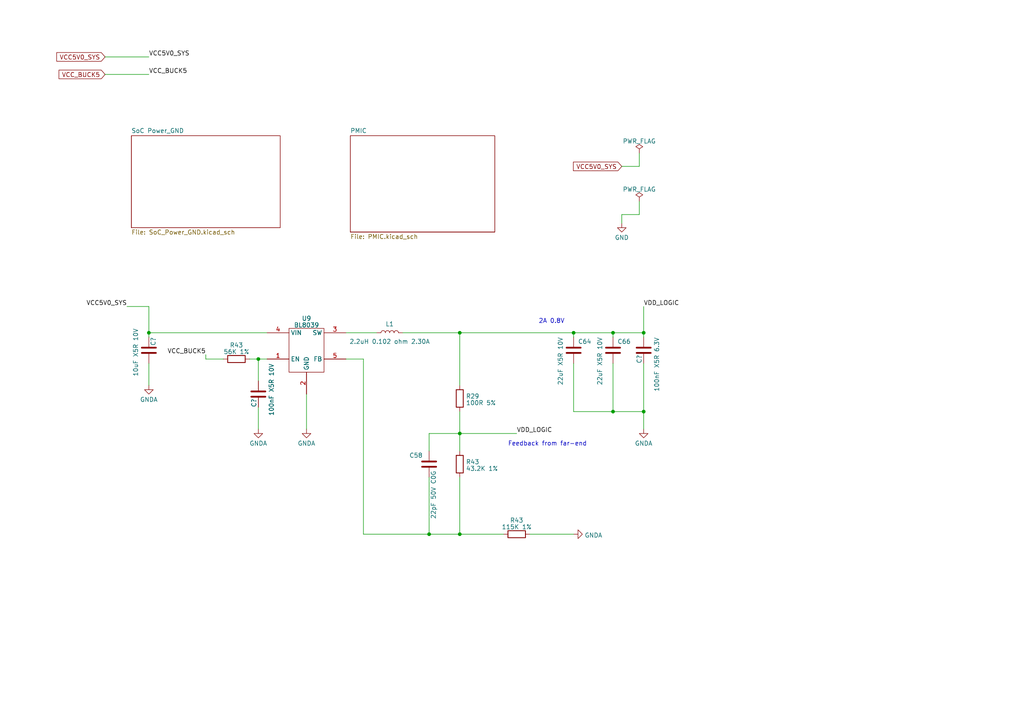
<source format=kicad_sch>
(kicad_sch (version 20230121) (generator eeschema)
  (paper "A4")
  (title_block (title "Leaf RV1126 Power") (date "2023-02-25") (rev "1") (company "Qingdao IotPi Information Technology"))
  (lib_symbols
    (symbol "Device:C" (pin_numbers hide) (pin_names (offset 0.254))
      (property "Reference" "C" (at 0.635 2.54 0))
      (property "Value" "C" (at 0.635 -2.54 0))
      (symbol "C_0_1"
        (polyline (pts (xy -2.032 -0.762) (xy 2.032 -0.762)) (stroke (width 0.508)))
        (polyline (pts (xy -2.032 0.762) (xy 2.032 0.762)) (stroke (width 0.508)))
      )
      (symbol "C_1_1"
        (pin passive line (at 0 3.81 270) (length 2.794) (name "~") (number "1"))
        (pin passive line (at 0 -3.81 90) (length 2.794) (name "~") (number "2"))
      )
    )
    (symbol "Device:L" (pin_numbers hide) (pin_names (offset 1.016) hide)
      (property "Reference" "L" (at -1.27 0 90))
      (property "Value" "L" (at 1.905 0 90))
      (symbol "L_0_1"
        (arc (start 0 -2.54) (mid 0.6323 -1.905) (end 0 -1.27))
        (arc (start 0 -1.27) (mid 0.6323 -0.635) (end 0 0))
        (arc (start 0 0) (mid 0.6323 0.635) (end 0 1.27))
        (arc (start 0 1.27) (mid 0.6323 1.905) (end 0 2.54))
      )
      (symbol "L_1_1"
        (pin passive line (at 0 3.81 270) (length 1.27) (name "1") (number "1"))
        (pin passive line (at 0 -3.81 90) (length 1.27) (name "2") (number "2"))
      )
    )
    (symbol "Device:R" (pin_numbers hide) (pin_names (offset 0))
      (property "Reference" "R" (at 2.032 0 90))
      (property "Value" "R" (at 0 0 90))
      (symbol "R_0_1"
        (rectangle (start -1.016 -2.54) (end 1.016 2.54) (stroke (width 0.254)))
      )
      (symbol "R_1_1"
        (pin passive line (at 0 3.81 270) (length 1.27) (name "~") (number "1"))
        (pin passive line (at 0 -3.81 90) (length 1.27) (name "~") (number "2"))
      )
    )
    (symbol "Leaf_Converter_DCDC:BL8039"
      (property "Reference" "U" (at -1.27 3.81 0))
      (property "Value" "BL8039" (at 3.81 3.81 0))
      (symbol "BL8039_0_1"
        (rectangle (start -2.54 2.54) (end 7.62 -10.16))
      )
      (symbol "BL8039_1_1"
        (pin input line (at -8.89 -6.35 0) (length 6.35) (name "EN") (number "1"))
        (pin power_in line (at 2.54 -16.51 90) (length 6.35) (name "GND") (number "2"))
        (pin power_out line (at 13.97 1.27 180) (length 6.35) (name "SW") (number "3"))
        (pin power_in line (at -8.89 1.27 0) (length 6.35) (name "VIN") (number "4"))
        (pin input line (at 13.97 -6.35 180) (length 6.35) (name "FB") (number "5"))
      )
    )
    (symbol "power:GND" (power) (pin_names (offset 0))
      (property "Value" "GND" (at 0 -3.81 0))
      (symbol "GND_0_1"
        (polyline (pts (xy 0 0) (xy 0 -1.27) (xy 1.27 -1.27) (xy 0 -2.54) (xy -1.27 -1.27) (xy 0 -1.27)))
      )
      (symbol "GND_1_1"
        (pin power_in line (at 0 0 270) (length 0) hide (name "GND") (number "1"))
      )
    )
    (symbol "power:GNDA" (power) (pin_names (offset 0))
      (property "Value" "GNDA" (at 0 -3.81 0))
      (symbol "GNDA_0_1"
        (polyline (pts (xy 0 0) (xy 0 -1.27) (xy 1.27 -1.27) (xy 0 -2.54) (xy -1.27 -1.27) (xy 0 -1.27)))
      )
      (symbol "GNDA_1_1"
        (pin power_in line (at 0 0 270) (length 0) hide (name "GNDA") (number "1"))
      )
    )
    (symbol "power:PWR_FLAG" (power) (pin_numbers hide) (pin_names (offset 0) hide)
      (property "Value" "PWR_FLAG" (at 0 3.81 0))
      (symbol "PWR_FLAG_0_0"
        (pin power_out line (at 0 0 90) (length 0) (name "pwr") (number "1"))
      )
      (symbol "PWR_FLAG_0_1"
        (polyline (pts (xy 0 0) (xy 0 1.27) (xy -1.016 1.905) (xy 0 2.54) (xy 1.016 1.905) (xy 0 1.27)))
      )
    )
  )
  (junction (at 124.46 154.94))
  (junction (at 186.69 96.52))
  (junction (at 133.35 96.52))
  (junction (at 177.8 119.38))
  (junction (at 43.18 96.52))
  (junction (at 74.93 104.14))
  (junction (at 133.35 125.73))
  (junction (at 166.37 96.52))
  (junction (at 186.69 119.38))
  (junction (at 133.35 154.94))
  (junction (at 177.8 96.52))
  (wire (pts (xy 72.39 104.14) (xy 74.93 104.14)))
  (wire (pts (xy 180.34 48.26) (xy 185.42 48.26)))
  (wire (pts (xy 186.69 96.52) (xy 186.69 97.79)))
  (wire (pts (xy 180.34 62.23) (xy 180.34 64.77)))
  (wire (pts (xy 177.8 119.38) (xy 186.69 119.38)))
  (wire (pts (xy 186.69 96.52) (xy 186.69 88.9)))
  (wire (pts (xy 100.33 96.52) (xy 109.22 96.52)))
  (wire (pts (xy 124.46 125.73) (xy 133.35 125.73)))
  (wire (pts (xy 124.46 130.81) (xy 124.46 125.73)))
  (wire (pts (xy 133.35 96.52) (xy 133.35 111.76)))
  (wire (pts (xy 30.48 21.59) (xy 43.18 21.59)))
  (wire (pts (xy 166.37 105.41) (xy 166.37 119.38)))
  (wire (pts (xy 166.37 119.38) (xy 177.8 119.38)))
  (wire (pts (xy 100.33 104.14) (xy 105.41 104.14)))
  (wire (pts (xy 133.35 96.52) (xy 166.37 96.52)))
  (wire (pts (xy 133.35 125.73) (xy 149.86 125.73)))
  (wire (pts (xy 166.37 96.52) (xy 177.8 96.52)))
  (wire (pts (xy 74.93 104.14) (xy 74.93 110.49)))
  (wire (pts (xy 133.35 138.43) (xy 133.35 154.94)))
  (wire (pts (xy 186.69 119.38) (xy 186.69 124.46)))
  (wire (pts (xy 153.67 154.94) (xy 166.37 154.94)))
  (wire (pts (xy 133.35 119.38) (xy 133.35 125.73)))
  (wire (pts (xy 30.48 16.51) (xy 43.18 16.51)))
  (wire (pts (xy 177.8 96.52) (xy 177.8 97.79)))
  (wire (pts (xy 124.46 138.43) (xy 124.46 154.94)))
  (wire (pts (xy 43.18 105.41) (xy 43.18 111.76)))
  (wire (pts (xy 133.35 125.73) (xy 133.35 130.81)))
  (wire (pts (xy 43.18 96.52) (xy 77.47 96.52)))
  (wire (pts (xy 185.42 48.26) (xy 185.42 44.45)))
  (wire (pts (xy 74.93 118.11) (xy 74.93 124.46)))
  (wire (pts (xy 133.35 154.94) (xy 146.05 154.94)))
  (wire (pts (xy 180.34 62.23) (xy 185.42 62.23)))
  (wire (pts (xy 43.18 88.9) (xy 43.18 96.52)))
  (wire (pts (xy 185.42 62.23) (xy 185.42 58.42)))
  (wire (pts (xy 43.18 96.52) (xy 43.18 97.79)))
  (wire (pts (xy 105.41 104.14) (xy 105.41 154.94)))
  (wire (pts (xy 177.8 105.41) (xy 177.8 119.38)))
  (wire (pts (xy 36.83 88.9) (xy 43.18 88.9)))
  (wire (pts (xy 59.69 104.14) (xy 64.77 104.14)))
  (wire (pts (xy 74.93 104.14) (xy 77.47 104.14)))
  (wire (pts (xy 105.41 154.94) (xy 124.46 154.94)))
  (wire (pts (xy 186.69 105.41) (xy 186.69 119.38)))
  (wire (pts (xy 88.9 114.3) (xy 88.9 124.46)))
  (wire (pts (xy 59.69 102.87) (xy 59.69 104.14)))
  (wire (pts (xy 124.46 154.94) (xy 133.35 154.94)))
  (wire (pts (xy 166.37 96.52) (xy 166.37 97.79)))
  (wire (pts (xy 177.8 96.52) (xy 186.69 96.52)))
  (wire (pts (xy 116.84 96.52) (xy 133.35 96.52)))
  (text "Feedback from far-end" (at 147.32 129.54 0) (effects (font (size 1.27 1.27)) (justify left bottom)))
  (text "2A 0.8V" (at 156.21 93.98 0) (effects (font (size 1.27 1.27)) (justify left bottom)))
  (label "VDD_LOGIC" (at 149.86 125.73 0))
  (label "VCC_BUCK5" (at 43.18 21.59 0))
  (label "VCC5V0_SYS" (at 43.18 16.51 0))
  (label "VDD_LOGIC" (at 186.69 88.9 0))
  (label "VCC5V0_SYS" (at 36.83 88.9 180))
  (label "VCC_BUCK5" (at 59.69 102.87 180))
  (global_label "VCC_BUCK5" (shape input) (at 30.48 21.59 180) (property "Intersheetrefs" "${INTERSHEET_REFS}" (effects hide)))
  (global_label "VCC5V0_SYS" (shape input) (at 180.34 48.26 180) (property "Intersheetrefs" "${INTERSHEET_REFS}" (effects hide)))
  (global_label "VCC5V0_SYS" (shape input) (at 30.48 16.51 180) (property "Intersheetrefs" "${INTERSHEET_REFS}" (effects hide)))
  (symbol (lib_id "Leaf_Converter_DCDC:BL8039") (at 86.36 97.79 0) (unit 1)
    (property "Reference" "U9" (at 88.9 92.3671 0))
    (property "Value" "BL8039" (at 88.9 94.2881 0))
    (property "Footprint" "Package_TO_SOT_SMD:SOT-23-5_HandSoldering" (effects hide))
    (property "LCSC" "C2924844" (effects hide))
    (property "Vendor" "BL(上海贝岭)" (effects hide))
  )
  (symbol (lib_id "Device:C") (at 74.93 114.3 180) (unit 1)
    (property "Reference" "C?" (at 73.66 115.57 90) (effects (justify left)))
    (property "Value" "100nF X5R 10V" (at 78.74 105.41 90) (effects (justify left)))
    (property "Footprint" "Capacitor_SMD:C_0402_1005Metric" (effects hide))
    (property "Description" "容值: 100nF 精度: ±10% 额定电压: 10V 材质(温度系数): X5R 材质:X5R" (effects hide))
    (property "LCSC" "C76934" (effects hide))
    (property "Model" "GRM033R61A104KE15D" (effects hide))
    (property "Vendor" "muRata(村田)" (effects hide))
    (instances (project "leaf" (path "" (reference "C?") (unit 1)) (path "" (reference "C118") (unit 1)) (path "" (reference "C152") (unit 1))))
  )
  (symbol (lib_id "power:GND") (at 180.34 64.77 0) (unit 1)
    (property "Reference" "#PWR0143" (effects hide))
    (property "Value" "GND" (at 180.34 68.9055 0))
  )
  (symbol (lib_id "Device:C") (at 166.37 101.6 0) (unit 1)
    (property "Reference" "C64" (at 167.64 99.06 0) (effects (justify left)))
    (property "Value" "22uF X5R 10V" (at 162.56 111.76 90) (effects (justify left)))
    (property "Footprint" "Resistor_SMD:R_0603_1608Metric" (effects hide))
    (property "Description" "容值: 22uF 精度: ±20% 额定电压: 10V 材质(温度系数): X5R 材质：X5R" (effects hide))
    (property "LCSC" "C162690" (effects hide))
    (property "Model" "ZRB18AR61A226ME01L" (effects hide))
    (property "Vendor" "muRata(村田)" (effects hide))
    (instances (project "leaf" (path "" (reference "C64") (unit 1)) (path "" (reference "C153") (unit 1))))
  )
  (symbol (lib_id "Device:R") (at 133.35 115.57 180) (unit 1)
    (property "Reference" "R29" (at 135.128 114.9263 0) (effects (justify right)))
    (property "Value" "100R 5%" (at 135.128 116.8473 0) (effects (justify right)))
    (property "Footprint" "Resistor_SMD:R_0402_1005Metric" (effects hide))
    (property "Description" "电阻类型: 厚膜电阻 阻值: 100Ω 精度: ±5% 功率: 1/16W 温度系数: ±100ppm/℃ 最大工作电压: 50V 工作温度" (effects hide))
    (property "LCSC" "C25138" (effects hide))
    (property "Model" "0402WGJ0101TCE" (effects hide))
    (property "Vendor" "UNI-ROYAL(厚声)" (effects hide))
    (instances (project "leaf" (path "" (reference "R29") (unit 1)) (path "" (reference "R78") (unit 1))))
  )
  (symbol (lib_id "Device:C") (at 124.46 134.62 0) (unit 1)
    (property "Reference" "C58" (at 120.65 132.08 0))
    (property "Value" "22pF 50V C0G" (at 125.73 143.51 90))
    (property "Footprint" "Capacitor_SMD:C_0201_0603Metric" (effects hide))
    (property "Description" "容值: 22pF 精度: ±5% 额定电压: 50V 材质(温度系数): C0G 材质:C0G" (effects hide))
    (property "LCSC" "C76924" (effects hide))
    (property "Model" "GRM0335C1H220JA01D" (effects hide))
    (property "Vendor" "muRata(村田)" (effects hide))
    (instances (project "leaf" (path "" (reference "C58") (unit 1)) (path "" (reference "C156") (unit 1))))
  )
  (symbol (lib_id "power:GNDA") (at 74.93 124.46 0) (unit 1)
    (property "Reference" "#PWR0145" (effects hide))
    (property "Value" "GNDA" (at 74.93 128.5955 0))
  )
  (symbol (lib_id "Device:L") (at 113.03 96.52 90) (unit 1)
    (property "Reference" "L1" (at 113.03 93.98 90))
    (property "Value" "2.2uH 0.102 ohm 2.30A" (at 113.03 99.06 90))
    (property "Footprint" "Inductor_SMD:L_0805_2012Metric" (effects hide))
    (property "Description" "电感值: 2.2uH 精度: ±20% 额定电流: 2.3A 饱和电流(Isat): 2.3A 直流电阻(DCR): - Q值: - 自谐振频率: - 车规等级:" (effects hide))
    (property "LCSC" "C2044190" (effects hide))
    (property "Model" "MEKK2016H2R2M" (effects hide))
    (property "Vendor" "TAIYO YUDEN(太诱)" (effects hide))
    (instances (project "leaf" (path "" (reference "L1") (unit 1)) (path "" (reference "L7") (unit 1))))
  )
  (symbol (lib_id "Device:C") (at 177.8 101.6 0) (unit 1)
    (property "Reference" "C66" (at 179.07 99.06 0) (effects (justify left)))
    (property "Value" "22uF X5R 10V" (at 173.99 111.76 90) (effects (justify left)))
    (property "Footprint" "Resistor_SMD:R_0603_1608Metric" (effects hide))
    (property "Description" "容值: 22uF 精度: ±20% 额定电压: 10V 材质(温度系数): X5R 材质：X5R" (effects hide))
    (property "LCSC" "C162690" (effects hide))
    (property "Model" "ZRB18AR61A226ME01L" (effects hide))
    (property "Vendor" "muRata(村田)" (effects hide))
    (instances (project "leaf" (path "" (reference "C66") (unit 1)) (path "" (reference "C154") (unit 1))))
  )
  (symbol (lib_id "power:GNDA") (at 43.18 111.76 0) (unit 1)
    (property "Reference" "#PWR0144" (effects hide))
    (property "Value" "GNDA" (at 43.18 115.8955 0))
  )
  (symbol (lib_id "Device:R") (at 133.35 134.62 180) (unit 1)
    (property "Reference" "R43" (at 135.128 133.9763 0) (effects (justify right)))
    (property "Value" "43.2K 1%" (at 135.128 135.8973 0) (effects (justify right)))
    (property "Footprint" "Resistor_SMD:R_0402_1005Metric" (effects hide))
    (property "Description" "电阻类型: 厚膜电阻 阻值: 43.2kΩ 精度: ±1% 功率: 1/16W 温度系数: ±100ppm/℃ 最大工作电压: 50V 工作温度" (effects hide))
    (property "LCSC" "C25894" (effects hide))
    (property "Model" "0402WGF4322TCE" (effects hide))
    (property "Vendor" "UNI-ROYAL(厚声)" (effects hide))
    (instances (project "leaf" (path "" (reference "R43") (unit 1)) (path "" (reference "R76") (unit 1))))
  )
  (symbol (lib_id "power:GNDA") (at 88.9 124.46 0) (unit 1)
    (property "Reference" "#PWR0146" (effects hide))
    (property "Value" "GNDA" (at 88.9 128.5955 0))
  )
  (symbol (lib_id "Device:C") (at 186.69 101.6 180) (unit 1)
    (property "Reference" "C?" (at 185.42 102.87 90) (effects (justify left)))
    (property "Value" "100nF X5R 6.3V" (at 190.5 97.79 90) (effects (justify left)))
    (property "Footprint" "Capacitor_SMD:C_0201_0603Metric" (effects hide))
    (property "LCSC" "C76928" (effects hide))
    (property "Description" "容值: 100nF 精度: ±10% 额定电压: 6.3V 材质(温度系数): X5R 材质:X5R" (effects hide))
    (property "Model" "GRM033R60J104KE19D" (effects hide))
    (property "Vendor" "muRata(村田)" (effects hide))
    (instances (project "leaf" (path "" (reference "C?") (unit 1)) (path "" (reference "C?") (unit 1)) (path "" (reference "C7") (unit 1)) (path "" (reference "C155") (unit 1))))
  )
  (symbol (lib_id "power:PWR_FLAG") (at 185.42 44.45 0) (unit 1)
    (property "Reference" "#FLG01" (effects hide))
    (property "Value" "PWR_FLAG" (at 185.42 40.9481 0))
  )
  (symbol (lib_id "Device:C") (at 43.18 101.6 0) (unit 1)
    (property "Reference" "C?" (at 44.45 100.33 90) (effects (justify left)))
    (property "Value" "10uF X5R 10V" (at 39.37 109.22 90) (effects (justify left)))
    (property "Footprint" "Capacitor_SMD:C_0402_1005Metric" (effects hide))
    (property "Description" "容值: 10uF 精度: ±20% 额定电压: 10V 材质(温度系数): X5R 材质:X5R" (effects hide))
    (property "LCSC" "C77000" (effects hide))
    (property "Model" "GRM155R61A106ME44D" (effects hide))
    (property "Vendor" "muRata(村田)" (effects hide))
    (instances (project "leaf" (path "" (reference "C?") (unit 1)) (path "" (reference "C?") (unit 1)) (path "" (reference "C?") (unit 1)) (path "" (reference "C?") (unit 1)) (path "" (reference "C10") (unit 1)) (path "" (reference "C151") (unit 1))))
  )
  (symbol (lib_id "Device:R") (at 68.58 104.14 90) (unit 1)
    (property "Reference" "R43" (at 68.58 100.1141 90))
    (property "Value" "56K 1%" (at 68.58 102.0351 90))
    (property "Footprint" "Resistor_SMD:R_0402_1005Metric" (effects hide))
    (property "Description" "电阻类型: 厚膜电阻 阻值: 56.2kΩ 精度: ±1% 功率: 1/16W 温度系数: ±100ppm/℃ 最大工作电压: 50V 工作温度" (effects hide))
    (property "LCSC" "C54968" (effects hide))
    (property "Model" "0402WGF5622TCE" (effects hide))
    (property "Vendor" "UNI-ROYAL(厚声)" (effects hide))
    (instances (project "leaf" (path "" (reference "R43") (unit 1)) (path "" (reference "R75") (unit 1))))
  )
  (symbol (lib_id "power:GNDA") (at 166.37 154.94 90) (unit 1)
    (property "Reference" "#PWR0148" (effects hide))
    (property "Value" "GNDA" (at 169.545 155.2568 90) (effects (justify right)))
  )
  (symbol (lib_id "Device:R") (at 149.86 154.94 90) (unit 1)
    (property "Reference" "R43" (at 149.86 150.9141 90))
    (property "Value" "115K 1%" (at 149.86 152.8351 90))
    (property "Footprint" "Resistor_SMD:R_0402_1005Metric" (effects hide))
    (property "Description" "电阻类型: 厚膜电阻 阻值: 115kΩ 精度: ±1% 功率: 1/16W 温度系数: ±100ppm/℃ 最大工作电压: 50V 工作温" (effects hide))
    (property "LCSC" "C25747" (effects hide))
    (property "Model" "0402WGF1153TCE" (effects hide))
    (property "Vendor" "UNI-ROYAL(厚声)" (effects hide))
    (instances (project "leaf" (path "" (reference "R43") (unit 1)) (path "" (reference "R77") (unit 1))))
  )
  (symbol (lib_id "power:PWR_FLAG") (at 185.42 58.42 0) (unit 1)
    (property "Reference" "#FLG02" (effects hide))
    (property "Value" "PWR_FLAG" (at 185.42 54.9181 0))
  )
  (symbol (lib_id "power:GNDA") (at 186.69 124.46 0) (unit 1)
    (property "Reference" "#PWR0147" (effects hide))
    (property "Value" "GNDA" (at 186.69 128.5955 0))
  )
  (sheet (at 101.6 39.37) (size 41.91 27.94) (stroke (width 0.1524))
    (property "Sheetname" "PMIC" (at 101.6 38.6584 0) (effects (justify left bottom)))
    (property "Sheetfile" "PMIC.kicad_sch" (at 101.6 67.8946 0) (effects (justify left top)))
  )
  (sheet (at 38.1 39.37) (size 43.18 26.67) (stroke (width 0.1524))
    (property "Sheetname" "SoC Power_GND" (at 38.1 38.6584 0) (effects (justify left bottom)))
    (property "Sheetfile" "SoC_Power_GND.kicad_sch" (at 38.1 66.6246 0) (effects (justify left top)))
  )
)
</source>
